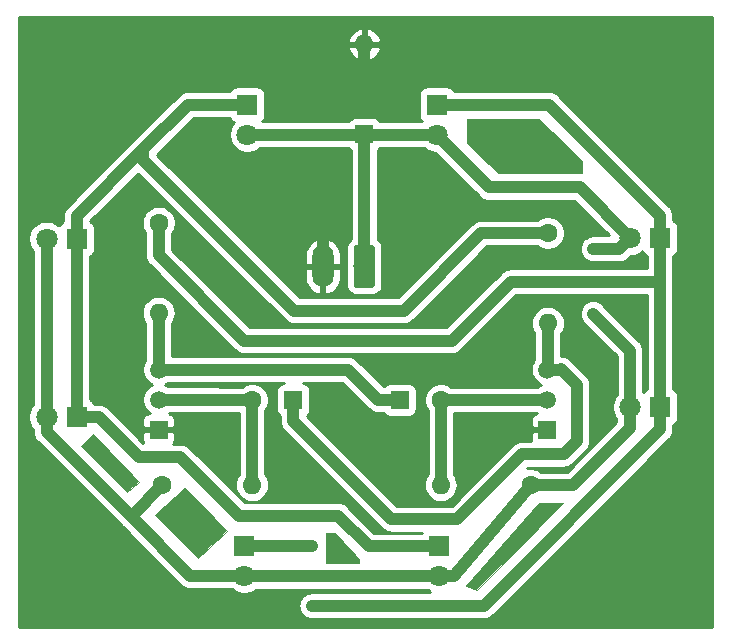
<source format=gbr>
G04 #@! TF.GenerationSoftware,KiCad,Pcbnew,5.1.2-f72e74a~84~ubuntu18.04.1*
G04 #@! TF.CreationDate,2019-07-22T12:28:27+03:00*
G04 #@! TF.ProjectId,Garland_NPN,4761726c-616e-4645-9f4e-504e2e6b6963,rev?*
G04 #@! TF.SameCoordinates,Original*
G04 #@! TF.FileFunction,Copper,L1,Top*
G04 #@! TF.FilePolarity,Positive*
%FSLAX46Y46*%
G04 Gerber Fmt 4.6, Leading zero omitted, Abs format (unit mm)*
G04 Created by KiCad (PCBNEW 5.1.2-f72e74a~84~ubuntu18.04.1) date 2019-07-22 12:28:27*
%MOMM*%
%LPD*%
G04 APERTURE LIST*
%ADD10C,0.100000*%
%ADD11O,1.800000X3.600000*%
%ADD12C,1.800000*%
%ADD13O,1.600000X1.600000*%
%ADD14R,1.600000X1.600000*%
%ADD15R,1.500000X1.500000*%
%ADD16C,1.500000*%
%ADD17C,1.600000*%
%ADD18R,1.800000X1.800000*%
%ADD19C,0.800000*%
%ADD20C,1.000000*%
%ADD21C,0.254000*%
G04 APERTURE END LIST*
D10*
G36*
X27406600Y8615680D02*
G01*
X29433520Y6405880D01*
X29453840Y6075680D01*
X26636980Y6073140D01*
X26621740Y8628380D01*
X27406600Y8615680D01*
G37*
X27406600Y8615680D02*
X29433520Y6405880D01*
X29453840Y6075680D01*
X26636980Y6073140D01*
X26621740Y8628380D01*
X27406600Y8615680D01*
G36*
X46680120Y11145520D02*
G01*
X39443660Y3776980D01*
X38524180Y4107180D01*
X44704000Y11181080D01*
X46680120Y11145520D01*
G37*
X46680120Y11145520D02*
X39443660Y3776980D01*
X38524180Y4107180D01*
X44704000Y11181080D01*
X46680120Y11145520D01*
G36*
X10795000Y12987020D02*
G01*
X9758680Y12080240D01*
X9789160Y12110720D01*
X5872480Y16027400D01*
X6944360Y17035780D01*
X10795000Y12987020D01*
G37*
X10795000Y12987020D02*
X9758680Y12080240D01*
X9789160Y12110720D01*
X5872480Y16027400D01*
X6944360Y17035780D01*
X10795000Y12987020D01*
G36*
X18282920Y8788400D02*
G01*
X15783560Y6548120D01*
X12192000Y10134600D01*
X14726920Y12471400D01*
X18282920Y8788400D01*
G37*
X18282920Y8788400D02*
X15783560Y6548120D01*
X12192000Y10134600D01*
X14726920Y12471400D01*
X18282920Y8788400D01*
G36*
X44693840Y43667680D02*
G01*
X48275240Y40121840D01*
X48275240Y39075360D01*
X41173400Y39110920D01*
X38597840Y41666160D01*
X38597840Y43682920D01*
X38638480Y43667680D01*
X38597840Y43703240D01*
X44693840Y43667680D01*
G37*
X44693840Y43667680D02*
X48275240Y40121840D01*
X48275240Y39075360D01*
X41173400Y39110920D01*
X38597840Y41666160D01*
X38597840Y43682920D01*
X38638480Y43667680D01*
X38597840Y43703240D01*
X44693840Y43667680D01*
D11*
X26370000Y31200000D03*
D10*
G36*
X30544504Y32998796D02*
G01*
X30568773Y32995196D01*
X30592571Y32989235D01*
X30615671Y32980970D01*
X30637849Y32970480D01*
X30658893Y32957867D01*
X30678598Y32943253D01*
X30696777Y32926777D01*
X30713253Y32908598D01*
X30727867Y32888893D01*
X30740480Y32867849D01*
X30750970Y32845671D01*
X30759235Y32822571D01*
X30765196Y32798773D01*
X30768796Y32774504D01*
X30770000Y32750000D01*
X30770000Y29650000D01*
X30768796Y29625496D01*
X30765196Y29601227D01*
X30759235Y29577429D01*
X30750970Y29554329D01*
X30740480Y29532151D01*
X30727867Y29511107D01*
X30713253Y29491402D01*
X30696777Y29473223D01*
X30678598Y29456747D01*
X30658893Y29442133D01*
X30637849Y29429520D01*
X30615671Y29419030D01*
X30592571Y29410765D01*
X30568773Y29404804D01*
X30544504Y29401204D01*
X30520000Y29400000D01*
X29220000Y29400000D01*
X29195496Y29401204D01*
X29171227Y29404804D01*
X29147429Y29410765D01*
X29124329Y29419030D01*
X29102151Y29429520D01*
X29081107Y29442133D01*
X29061402Y29456747D01*
X29043223Y29473223D01*
X29026747Y29491402D01*
X29012133Y29511107D01*
X28999520Y29532151D01*
X28989030Y29554329D01*
X28980765Y29577429D01*
X28974804Y29601227D01*
X28971204Y29625496D01*
X28970000Y29650000D01*
X28970000Y32750000D01*
X28971204Y32774504D01*
X28974804Y32798773D01*
X28980765Y32822571D01*
X28989030Y32845671D01*
X28999520Y32867849D01*
X29012133Y32888893D01*
X29026747Y32908598D01*
X29043223Y32926777D01*
X29061402Y32943253D01*
X29081107Y32957867D01*
X29102151Y32970480D01*
X29124329Y32980970D01*
X29147429Y32989235D01*
X29171227Y32995196D01*
X29195496Y32998796D01*
X29220000Y33000000D01*
X30520000Y33000000D01*
X30544504Y32998796D01*
X30544504Y32998796D01*
G37*
D12*
X29870000Y31200000D03*
D13*
X29880000Y50010000D03*
D14*
X29880000Y42390000D03*
D15*
X12467400Y17390800D03*
D16*
X12467400Y22470800D03*
X12467400Y19930800D03*
D15*
X45370000Y17390800D03*
D16*
X45370000Y22470800D03*
X45370000Y19930800D03*
D13*
X12470000Y27280000D03*
D17*
X12470000Y34900000D03*
D13*
X36350000Y12700000D03*
D17*
X43970000Y12700000D03*
D13*
X20390000Y12700000D03*
D17*
X12770000Y12700000D03*
D13*
X45420000Y26405000D03*
D17*
X45420000Y34025000D03*
D12*
X36020000Y42360000D03*
D18*
X36020000Y44900000D03*
D12*
X19720000Y5010000D03*
D18*
X19720000Y7550000D03*
D12*
X52380000Y33600000D03*
D18*
X54920000Y33600000D03*
D12*
X52380000Y19300000D03*
D18*
X54920000Y19300000D03*
D12*
X36220000Y4960000D03*
D18*
X36220000Y7500000D03*
D12*
X19970000Y42360000D03*
D18*
X19970000Y44900000D03*
D12*
X2980000Y33550000D03*
D18*
X5520000Y33550000D03*
D12*
X2980000Y18450000D03*
D18*
X5520000Y18450000D03*
D17*
X36370000Y19900000D03*
D14*
X32870000Y19900000D03*
D17*
X20370000Y19900000D03*
D14*
X23870000Y19900000D03*
D19*
X26370000Y40050000D03*
X26416000Y44958000D03*
X49245001Y32700001D03*
X49245000Y27200000D03*
X25495000Y7550000D03*
X25445000Y2475000D03*
D20*
X12498200Y19900000D02*
X12467400Y19930800D01*
X20370000Y19900000D02*
X12498200Y19900000D01*
X17370000Y19930800D02*
X12467400Y19930800D01*
X20370000Y19900000D02*
X20370000Y12720000D01*
X46540800Y22470800D02*
X45370000Y22470800D01*
X46570000Y22500000D02*
X46540800Y22470800D01*
X47870000Y21200000D02*
X46570000Y22500000D01*
X47870000Y16400000D02*
X47870000Y21200000D01*
X23870000Y18100000D02*
X32170000Y9800000D01*
X23870000Y19900000D02*
X23870000Y18100000D01*
X32170000Y9800000D02*
X37770000Y9800000D01*
X46770000Y15300000D02*
X47870000Y16400000D01*
X37770000Y9800000D02*
X43270000Y15300000D01*
X43270000Y15300000D02*
X46770000Y15300000D01*
X45420000Y22520800D02*
X45370000Y22470800D01*
X45420000Y26405000D02*
X45420000Y22520800D01*
X45339200Y19900000D02*
X45370000Y19930800D01*
X36370000Y19900000D02*
X45339200Y19900000D01*
X36370000Y19900000D02*
X36370000Y12720000D01*
X12470000Y22473400D02*
X12467400Y22470800D01*
X12470000Y27280000D02*
X12470000Y22473400D01*
X13528060Y22470800D02*
X12467400Y22470800D01*
X28499200Y22470800D02*
X13528060Y22470800D01*
X31070000Y19900000D02*
X28499200Y22470800D01*
X32870000Y19900000D02*
X31070000Y19900000D01*
X29870000Y31200000D02*
X29870000Y38800000D01*
X45101370Y12700000D02*
X43970000Y12700000D01*
X52380000Y19300000D02*
X52370000Y19290000D01*
X47520000Y12700000D02*
X45101370Y12700000D01*
X52370000Y17550000D02*
X47520000Y12700000D01*
X52370000Y19290000D02*
X52370000Y17550000D01*
X37492792Y4960000D02*
X43970000Y12700000D01*
X36220000Y4960000D02*
X37492792Y4960000D01*
X19770000Y4960000D02*
X19720000Y5010000D01*
X36220000Y4960000D02*
X19770000Y4960000D01*
X2980000Y18450000D02*
X2980000Y33550000D01*
X29870000Y42070000D02*
X29580000Y42360000D01*
X29870000Y38800000D02*
X29870000Y42070000D01*
X19970000Y42360000D02*
X29580000Y42360000D01*
X29580000Y42360000D02*
X36020000Y42360000D01*
X36020000Y42300000D02*
X36020000Y42360000D01*
X40420000Y37900000D02*
X36020000Y42300000D01*
X48120000Y37900000D02*
X40420000Y37900000D01*
X52380000Y33600000D02*
X52380000Y33640000D01*
X52380000Y33640000D02*
X48120000Y37900000D01*
X2980000Y17177208D02*
X2980000Y18450000D01*
X19720000Y5010000D02*
X15147208Y5010000D01*
X10176104Y10106104D02*
X10176104Y9981104D01*
X12770000Y12700000D02*
X10176104Y10106104D01*
X15147208Y5010000D02*
X10176104Y9981104D01*
X10176104Y9981104D02*
X2980000Y17177208D01*
X51480001Y32700001D02*
X49245001Y32700001D01*
X52380000Y33600000D02*
X51480001Y32700001D01*
X52380000Y19300000D02*
X52380000Y24065000D01*
X52380000Y24065000D02*
X49245000Y27200000D01*
X49245001Y32700001D02*
X49245001Y32700001D01*
X49245000Y27200000D02*
X49245000Y27200000D01*
X5520000Y35450000D02*
X5520000Y33550000D01*
X19970000Y44900000D02*
X14970000Y44900000D01*
X5520000Y31650000D02*
X5520000Y18450000D01*
X5520000Y33550000D02*
X5520000Y31650000D01*
X14970000Y44900000D02*
X11182500Y41112500D01*
X11182500Y41112500D02*
X5520000Y35450000D01*
X11182500Y40237500D02*
X11182500Y41112500D01*
X33220000Y27450000D02*
X23970000Y27450000D01*
X45420000Y34025000D02*
X39795000Y34025000D01*
X23970000Y27450000D02*
X11182500Y40237500D01*
X39795000Y34025000D02*
X33220000Y27450000D01*
X7420000Y18450000D02*
X5520000Y18450000D01*
X30270000Y7500000D02*
X27670000Y10100000D01*
X27670000Y10100000D02*
X19270000Y10100000D01*
X36220000Y7500000D02*
X30270000Y7500000D01*
X19270000Y10100000D02*
X14320000Y15050000D01*
X14320000Y15050000D02*
X10820000Y15050000D01*
X10820000Y15050000D02*
X7420000Y18450000D01*
X54920000Y35500000D02*
X54920000Y33600000D01*
X45520000Y44900000D02*
X54920000Y35500000D01*
X36020000Y44900000D02*
X45520000Y44900000D01*
X54920000Y33600000D02*
X54920000Y29900000D01*
X54920000Y29900000D02*
X54920000Y19300000D01*
X42270000Y29900000D02*
X54920000Y29900000D01*
X19720000Y24900000D02*
X37270000Y24900000D01*
X37270000Y24900000D02*
X42270000Y29900000D01*
X12470000Y34900000D02*
X12470000Y32150000D01*
X12470000Y32150000D02*
X19720000Y24900000D01*
X19720000Y7550000D02*
X25495000Y7550000D01*
X54920000Y17400000D02*
X39995000Y2475000D01*
X54920000Y19300000D02*
X54920000Y17400000D01*
X39995000Y2475000D02*
X25445000Y2475000D01*
X25495000Y7550000D02*
X25495000Y7550000D01*
X25445000Y2475000D02*
X25445000Y2475000D01*
X26370000Y31210001D02*
X26370000Y40080000D01*
X29880000Y48878630D02*
X29890000Y48868630D01*
X29880000Y50010000D02*
X29880000Y48878630D01*
X29890000Y48868630D02*
X29890000Y48410000D01*
X29890000Y48410000D02*
X26490000Y45010000D01*
D21*
G36*
X59340125Y52330110D02*
G01*
X59349876Y709449D01*
X659751Y660549D01*
X647282Y33701184D01*
X1445000Y33701184D01*
X1445000Y33398816D01*
X1503989Y33102257D01*
X1619701Y32822905D01*
X1787688Y32571495D01*
X1845001Y32514182D01*
X1845000Y19485817D01*
X1787688Y19428505D01*
X1619701Y19177095D01*
X1503989Y18897743D01*
X1445000Y18601184D01*
X1445000Y18298816D01*
X1503989Y18002257D01*
X1619701Y17722905D01*
X1787688Y17471495D01*
X1845000Y17414183D01*
X1845000Y17232959D01*
X1839509Y17177208D01*
X1845000Y17121457D01*
X1861423Y16954710D01*
X1926324Y16740762D01*
X2031716Y16543585D01*
X2173551Y16370759D01*
X2216865Y16335212D01*
X9334113Y9217963D01*
X9369655Y9174655D01*
X9412960Y9139116D01*
X9412965Y9139112D01*
X14305221Y4246854D01*
X14340759Y4203551D01*
X14384062Y4168013D01*
X14384064Y4168011D01*
X14513585Y4061716D01*
X14710761Y3956324D01*
X14924709Y3891423D01*
X15147208Y3869509D01*
X15202960Y3875000D01*
X18684183Y3875000D01*
X18741495Y3817688D01*
X18992905Y3649701D01*
X19272257Y3533989D01*
X19568816Y3475000D01*
X19871184Y3475000D01*
X20167743Y3533989D01*
X20447095Y3649701D01*
X20698505Y3817688D01*
X20705817Y3825000D01*
X35184183Y3825000D01*
X35241495Y3767688D01*
X35477491Y3610000D01*
X25389248Y3610000D01*
X25222501Y3593577D01*
X25008553Y3528676D01*
X24811377Y3423284D01*
X24638551Y3281449D01*
X24496716Y3108623D01*
X24391324Y2911447D01*
X24326423Y2697499D01*
X24304509Y2475000D01*
X24326423Y2252501D01*
X24391324Y2038553D01*
X24496716Y1841377D01*
X24638551Y1668551D01*
X24811377Y1526716D01*
X25008553Y1421324D01*
X25222501Y1356423D01*
X25389248Y1340000D01*
X39939249Y1340000D01*
X39995000Y1334509D01*
X40050751Y1340000D01*
X40050752Y1340000D01*
X40217499Y1356423D01*
X40431447Y1421324D01*
X40628623Y1526716D01*
X40801449Y1668551D01*
X40836996Y1711865D01*
X55683141Y16558009D01*
X55726449Y16593551D01*
X55868284Y16766377D01*
X55973676Y16963553D01*
X56038577Y17177501D01*
X56055000Y17344248D01*
X56055000Y17344257D01*
X56060490Y17399999D01*
X56055000Y17455741D01*
X56055000Y17807713D01*
X56064180Y17810498D01*
X56174494Y17869463D01*
X56271185Y17948815D01*
X56350537Y18045506D01*
X56409502Y18155820D01*
X56445812Y18275518D01*
X56458072Y18400000D01*
X56458072Y20200000D01*
X56445812Y20324482D01*
X56409502Y20444180D01*
X56350537Y20554494D01*
X56271185Y20651185D01*
X56174494Y20730537D01*
X56064180Y20789502D01*
X56055000Y20792287D01*
X56055000Y29844248D01*
X56060491Y29900000D01*
X56055000Y29955752D01*
X56055000Y32107713D01*
X56064180Y32110498D01*
X56174494Y32169463D01*
X56271185Y32248815D01*
X56350537Y32345506D01*
X56409502Y32455820D01*
X56445812Y32575518D01*
X56458072Y32700000D01*
X56458072Y34500000D01*
X56445812Y34624482D01*
X56409502Y34744180D01*
X56350537Y34854494D01*
X56271185Y34951185D01*
X56174494Y35030537D01*
X56064180Y35089502D01*
X56055000Y35092287D01*
X56055000Y35444259D01*
X56060490Y35500001D01*
X56055000Y35555743D01*
X56055000Y35555752D01*
X56038577Y35722499D01*
X55973676Y35936447D01*
X55868284Y36133623D01*
X55726449Y36306449D01*
X55683141Y36341991D01*
X46361996Y45663135D01*
X46326449Y45706449D01*
X46153623Y45848284D01*
X45956447Y45953676D01*
X45742499Y46018577D01*
X45575752Y46035000D01*
X45575751Y46035000D01*
X45520000Y46040491D01*
X45464249Y46035000D01*
X37512287Y46035000D01*
X37509502Y46044180D01*
X37450537Y46154494D01*
X37371185Y46251185D01*
X37274494Y46330537D01*
X37164180Y46389502D01*
X37044482Y46425812D01*
X36920000Y46438072D01*
X35120000Y46438072D01*
X34995518Y46425812D01*
X34875820Y46389502D01*
X34765506Y46330537D01*
X34668815Y46251185D01*
X34589463Y46154494D01*
X34530498Y46044180D01*
X34494188Y45924482D01*
X34481928Y45800000D01*
X34481928Y44000000D01*
X34494188Y43875518D01*
X34530498Y43755820D01*
X34589463Y43645506D01*
X34668815Y43548815D01*
X34734389Y43495000D01*
X31236993Y43495000D01*
X31210537Y43544494D01*
X31131185Y43641185D01*
X31034494Y43720537D01*
X30924180Y43779502D01*
X30804482Y43815812D01*
X30680000Y43828072D01*
X29080000Y43828072D01*
X28955518Y43815812D01*
X28835820Y43779502D01*
X28725506Y43720537D01*
X28628815Y43641185D01*
X28549463Y43544494D01*
X28523007Y43495000D01*
X21255611Y43495000D01*
X21321185Y43548815D01*
X21400537Y43645506D01*
X21459502Y43755820D01*
X21495812Y43875518D01*
X21508072Y44000000D01*
X21508072Y45800000D01*
X21495812Y45924482D01*
X21459502Y46044180D01*
X21400537Y46154494D01*
X21321185Y46251185D01*
X21224494Y46330537D01*
X21114180Y46389502D01*
X20994482Y46425812D01*
X20870000Y46438072D01*
X19070000Y46438072D01*
X18945518Y46425812D01*
X18825820Y46389502D01*
X18715506Y46330537D01*
X18618815Y46251185D01*
X18539463Y46154494D01*
X18480498Y46044180D01*
X18477713Y46035000D01*
X15025752Y46035000D01*
X14970000Y46040491D01*
X14914248Y46035000D01*
X14747501Y46018577D01*
X14533553Y45953676D01*
X14336377Y45848284D01*
X14163551Y45706449D01*
X14128009Y45663141D01*
X10419360Y41954491D01*
X10376052Y41918949D01*
X10340514Y41875646D01*
X4756865Y36291996D01*
X4713551Y36256449D01*
X4571716Y36083623D01*
X4466325Y35886447D01*
X4466324Y35886446D01*
X4401423Y35672498D01*
X4379509Y35450000D01*
X4385000Y35394248D01*
X4385000Y35042287D01*
X4375820Y35039502D01*
X4265506Y34980537D01*
X4168815Y34901185D01*
X4089463Y34804494D01*
X4030498Y34694180D01*
X4024944Y34675873D01*
X3958505Y34742312D01*
X3707095Y34910299D01*
X3427743Y35026011D01*
X3131184Y35085000D01*
X2828816Y35085000D01*
X2532257Y35026011D01*
X2252905Y34910299D01*
X2001495Y34742312D01*
X1787688Y34528505D01*
X1619701Y34277095D01*
X1503989Y33997743D01*
X1445000Y33701184D01*
X647282Y33701184D01*
X641259Y49660960D01*
X28488091Y49660960D01*
X28582930Y49396119D01*
X28727615Y49154869D01*
X28916586Y48946481D01*
X29142580Y48778963D01*
X29396913Y48658754D01*
X29530961Y48618096D01*
X29753000Y48740085D01*
X29753000Y49883000D01*
X30007000Y49883000D01*
X30007000Y48740085D01*
X30229039Y48618096D01*
X30363087Y48658754D01*
X30617420Y48778963D01*
X30843414Y48946481D01*
X31032385Y49154869D01*
X31177070Y49396119D01*
X31271909Y49660960D01*
X31150624Y49883000D01*
X30007000Y49883000D01*
X29753000Y49883000D01*
X28609376Y49883000D01*
X28488091Y49660960D01*
X641259Y49660960D01*
X640996Y50359040D01*
X28488091Y50359040D01*
X28609376Y50137000D01*
X29753000Y50137000D01*
X29753000Y51279915D01*
X30007000Y51279915D01*
X30007000Y50137000D01*
X31150624Y50137000D01*
X31271909Y50359040D01*
X31177070Y50623881D01*
X31032385Y50865131D01*
X30843414Y51073519D01*
X30617420Y51241037D01*
X30363087Y51361246D01*
X30229039Y51401904D01*
X30007000Y51279915D01*
X29753000Y51279915D01*
X29530961Y51401904D01*
X29396913Y51361246D01*
X29142580Y51241037D01*
X28916586Y51073519D01*
X28727615Y50865131D01*
X28582930Y50623881D01*
X28488091Y50359040D01*
X640996Y50359040D01*
X640248Y52339891D01*
X59340125Y52330110D01*
X59340125Y52330110D01*
G37*
X59340125Y52330110D02*
X59349876Y709449D01*
X659751Y660549D01*
X647282Y33701184D01*
X1445000Y33701184D01*
X1445000Y33398816D01*
X1503989Y33102257D01*
X1619701Y32822905D01*
X1787688Y32571495D01*
X1845001Y32514182D01*
X1845000Y19485817D01*
X1787688Y19428505D01*
X1619701Y19177095D01*
X1503989Y18897743D01*
X1445000Y18601184D01*
X1445000Y18298816D01*
X1503989Y18002257D01*
X1619701Y17722905D01*
X1787688Y17471495D01*
X1845000Y17414183D01*
X1845000Y17232959D01*
X1839509Y17177208D01*
X1845000Y17121457D01*
X1861423Y16954710D01*
X1926324Y16740762D01*
X2031716Y16543585D01*
X2173551Y16370759D01*
X2216865Y16335212D01*
X9334113Y9217963D01*
X9369655Y9174655D01*
X9412960Y9139116D01*
X9412965Y9139112D01*
X14305221Y4246854D01*
X14340759Y4203551D01*
X14384062Y4168013D01*
X14384064Y4168011D01*
X14513585Y4061716D01*
X14710761Y3956324D01*
X14924709Y3891423D01*
X15147208Y3869509D01*
X15202960Y3875000D01*
X18684183Y3875000D01*
X18741495Y3817688D01*
X18992905Y3649701D01*
X19272257Y3533989D01*
X19568816Y3475000D01*
X19871184Y3475000D01*
X20167743Y3533989D01*
X20447095Y3649701D01*
X20698505Y3817688D01*
X20705817Y3825000D01*
X35184183Y3825000D01*
X35241495Y3767688D01*
X35477491Y3610000D01*
X25389248Y3610000D01*
X25222501Y3593577D01*
X25008553Y3528676D01*
X24811377Y3423284D01*
X24638551Y3281449D01*
X24496716Y3108623D01*
X24391324Y2911447D01*
X24326423Y2697499D01*
X24304509Y2475000D01*
X24326423Y2252501D01*
X24391324Y2038553D01*
X24496716Y1841377D01*
X24638551Y1668551D01*
X24811377Y1526716D01*
X25008553Y1421324D01*
X25222501Y1356423D01*
X25389248Y1340000D01*
X39939249Y1340000D01*
X39995000Y1334509D01*
X40050751Y1340000D01*
X40050752Y1340000D01*
X40217499Y1356423D01*
X40431447Y1421324D01*
X40628623Y1526716D01*
X40801449Y1668551D01*
X40836996Y1711865D01*
X55683141Y16558009D01*
X55726449Y16593551D01*
X55868284Y16766377D01*
X55973676Y16963553D01*
X56038577Y17177501D01*
X56055000Y17344248D01*
X56055000Y17344257D01*
X56060490Y17399999D01*
X56055000Y17455741D01*
X56055000Y17807713D01*
X56064180Y17810498D01*
X56174494Y17869463D01*
X56271185Y17948815D01*
X56350537Y18045506D01*
X56409502Y18155820D01*
X56445812Y18275518D01*
X56458072Y18400000D01*
X56458072Y20200000D01*
X56445812Y20324482D01*
X56409502Y20444180D01*
X56350537Y20554494D01*
X56271185Y20651185D01*
X56174494Y20730537D01*
X56064180Y20789502D01*
X56055000Y20792287D01*
X56055000Y29844248D01*
X56060491Y29900000D01*
X56055000Y29955752D01*
X56055000Y32107713D01*
X56064180Y32110498D01*
X56174494Y32169463D01*
X56271185Y32248815D01*
X56350537Y32345506D01*
X56409502Y32455820D01*
X56445812Y32575518D01*
X56458072Y32700000D01*
X56458072Y34500000D01*
X56445812Y34624482D01*
X56409502Y34744180D01*
X56350537Y34854494D01*
X56271185Y34951185D01*
X56174494Y35030537D01*
X56064180Y35089502D01*
X56055000Y35092287D01*
X56055000Y35444259D01*
X56060490Y35500001D01*
X56055000Y35555743D01*
X56055000Y35555752D01*
X56038577Y35722499D01*
X55973676Y35936447D01*
X55868284Y36133623D01*
X55726449Y36306449D01*
X55683141Y36341991D01*
X46361996Y45663135D01*
X46326449Y45706449D01*
X46153623Y45848284D01*
X45956447Y45953676D01*
X45742499Y46018577D01*
X45575752Y46035000D01*
X45575751Y46035000D01*
X45520000Y46040491D01*
X45464249Y46035000D01*
X37512287Y46035000D01*
X37509502Y46044180D01*
X37450537Y46154494D01*
X37371185Y46251185D01*
X37274494Y46330537D01*
X37164180Y46389502D01*
X37044482Y46425812D01*
X36920000Y46438072D01*
X35120000Y46438072D01*
X34995518Y46425812D01*
X34875820Y46389502D01*
X34765506Y46330537D01*
X34668815Y46251185D01*
X34589463Y46154494D01*
X34530498Y46044180D01*
X34494188Y45924482D01*
X34481928Y45800000D01*
X34481928Y44000000D01*
X34494188Y43875518D01*
X34530498Y43755820D01*
X34589463Y43645506D01*
X34668815Y43548815D01*
X34734389Y43495000D01*
X31236993Y43495000D01*
X31210537Y43544494D01*
X31131185Y43641185D01*
X31034494Y43720537D01*
X30924180Y43779502D01*
X30804482Y43815812D01*
X30680000Y43828072D01*
X29080000Y43828072D01*
X28955518Y43815812D01*
X28835820Y43779502D01*
X28725506Y43720537D01*
X28628815Y43641185D01*
X28549463Y43544494D01*
X28523007Y43495000D01*
X21255611Y43495000D01*
X21321185Y43548815D01*
X21400537Y43645506D01*
X21459502Y43755820D01*
X21495812Y43875518D01*
X21508072Y44000000D01*
X21508072Y45800000D01*
X21495812Y45924482D01*
X21459502Y46044180D01*
X21400537Y46154494D01*
X21321185Y46251185D01*
X21224494Y46330537D01*
X21114180Y46389502D01*
X20994482Y46425812D01*
X20870000Y46438072D01*
X19070000Y46438072D01*
X18945518Y46425812D01*
X18825820Y46389502D01*
X18715506Y46330537D01*
X18618815Y46251185D01*
X18539463Y46154494D01*
X18480498Y46044180D01*
X18477713Y46035000D01*
X15025752Y46035000D01*
X14970000Y46040491D01*
X14914248Y46035000D01*
X14747501Y46018577D01*
X14533553Y45953676D01*
X14336377Y45848284D01*
X14163551Y45706449D01*
X14128009Y45663141D01*
X10419360Y41954491D01*
X10376052Y41918949D01*
X10340514Y41875646D01*
X4756865Y36291996D01*
X4713551Y36256449D01*
X4571716Y36083623D01*
X4466325Y35886447D01*
X4466324Y35886446D01*
X4401423Y35672498D01*
X4379509Y35450000D01*
X4385000Y35394248D01*
X4385000Y35042287D01*
X4375820Y35039502D01*
X4265506Y34980537D01*
X4168815Y34901185D01*
X4089463Y34804494D01*
X4030498Y34694180D01*
X4024944Y34675873D01*
X3958505Y34742312D01*
X3707095Y34910299D01*
X3427743Y35026011D01*
X3131184Y35085000D01*
X2828816Y35085000D01*
X2532257Y35026011D01*
X2252905Y34910299D01*
X2001495Y34742312D01*
X1787688Y34528505D01*
X1619701Y34277095D01*
X1503989Y33997743D01*
X1445000Y33701184D01*
X647282Y33701184D01*
X641259Y49660960D01*
X28488091Y49660960D01*
X28582930Y49396119D01*
X28727615Y49154869D01*
X28916586Y48946481D01*
X29142580Y48778963D01*
X29396913Y48658754D01*
X29530961Y48618096D01*
X29753000Y48740085D01*
X29753000Y49883000D01*
X30007000Y49883000D01*
X30007000Y48740085D01*
X30229039Y48618096D01*
X30363087Y48658754D01*
X30617420Y48778963D01*
X30843414Y48946481D01*
X31032385Y49154869D01*
X31177070Y49396119D01*
X31271909Y49660960D01*
X31150624Y49883000D01*
X30007000Y49883000D01*
X29753000Y49883000D01*
X28609376Y49883000D01*
X28488091Y49660960D01*
X641259Y49660960D01*
X640996Y50359040D01*
X28488091Y50359040D01*
X28609376Y50137000D01*
X29753000Y50137000D01*
X29753000Y51279915D01*
X30007000Y51279915D01*
X30007000Y50137000D01*
X31150624Y50137000D01*
X31271909Y50359040D01*
X31177070Y50623881D01*
X31032385Y50865131D01*
X30843414Y51073519D01*
X30617420Y51241037D01*
X30363087Y51361246D01*
X30229039Y51401904D01*
X30007000Y51279915D01*
X29753000Y51279915D01*
X29530961Y51401904D01*
X29396913Y51361246D01*
X29142580Y51241037D01*
X28916586Y51073519D01*
X28727615Y50865131D01*
X28582930Y50623881D01*
X28488091Y50359040D01*
X640996Y50359040D01*
X640248Y52339891D01*
X59340125Y52330110D01*
G36*
X18480498Y43755820D02*
G01*
X18539463Y43645506D01*
X18618815Y43548815D01*
X18715506Y43469463D01*
X18825820Y43410498D01*
X18844127Y43404944D01*
X18777688Y43338505D01*
X18609701Y43087095D01*
X18493989Y42807743D01*
X18435000Y42511184D01*
X18435000Y42208816D01*
X18493989Y41912257D01*
X18609701Y41632905D01*
X18777688Y41381495D01*
X18991495Y41167688D01*
X19242905Y40999701D01*
X19522257Y40883989D01*
X19818816Y40825000D01*
X20121184Y40825000D01*
X20417743Y40883989D01*
X20697095Y40999701D01*
X20948505Y41167688D01*
X21005817Y41225000D01*
X28558085Y41225000D01*
X28628815Y41138815D01*
X28725506Y41059463D01*
X28735001Y41054388D01*
X28735000Y38744249D01*
X28735001Y38744239D01*
X28735000Y33492888D01*
X28726614Y33488405D01*
X28592038Y33377962D01*
X28481595Y33243386D01*
X28399528Y33089850D01*
X28348992Y32923254D01*
X28331928Y32750000D01*
X28331928Y29650000D01*
X28348992Y29476746D01*
X28399528Y29310150D01*
X28481595Y29156614D01*
X28592038Y29022038D01*
X28726614Y28911595D01*
X28880150Y28829528D01*
X29046746Y28778992D01*
X29220000Y28761928D01*
X30520000Y28761928D01*
X30693254Y28778992D01*
X30859850Y28829528D01*
X31013386Y28911595D01*
X31147962Y29022038D01*
X31258405Y29156614D01*
X31340472Y29310150D01*
X31391008Y29476746D01*
X31408072Y29650000D01*
X31408072Y32750000D01*
X31391008Y32923254D01*
X31340472Y33089850D01*
X31258405Y33243386D01*
X31147962Y33377962D01*
X31013386Y33488405D01*
X31005000Y33492887D01*
X31005000Y41043698D01*
X31034494Y41059463D01*
X31131185Y41138815D01*
X31201915Y41225000D01*
X34984183Y41225000D01*
X35041495Y41167688D01*
X35292905Y40999701D01*
X35572257Y40883989D01*
X35868816Y40825000D01*
X35889869Y40825000D01*
X39578013Y37136854D01*
X39613551Y37093551D01*
X39656854Y37058013D01*
X39656856Y37058011D01*
X39786377Y36951716D01*
X39983553Y36846324D01*
X40197501Y36781423D01*
X40420000Y36759509D01*
X40475752Y36765000D01*
X47649869Y36765000D01*
X50579867Y33835001D01*
X49189249Y33835001D01*
X49022502Y33818578D01*
X48808554Y33753677D01*
X48611378Y33648285D01*
X48438552Y33506450D01*
X48296717Y33333624D01*
X48191325Y33136448D01*
X48126424Y32922500D01*
X48104510Y32700001D01*
X48126424Y32477502D01*
X48191325Y32263554D01*
X48296717Y32066378D01*
X48438552Y31893552D01*
X48611378Y31751717D01*
X48808554Y31646325D01*
X49022502Y31581424D01*
X49189249Y31565001D01*
X51424250Y31565001D01*
X51480001Y31559510D01*
X51535752Y31565001D01*
X51535753Y31565001D01*
X51702500Y31581424D01*
X51916448Y31646325D01*
X52113624Y31751717D01*
X52286450Y31893552D01*
X52321996Y31936865D01*
X52450131Y32065000D01*
X52531184Y32065000D01*
X52827743Y32123989D01*
X53107095Y32239701D01*
X53358505Y32407688D01*
X53424944Y32474127D01*
X53430498Y32455820D01*
X53489463Y32345506D01*
X53568815Y32248815D01*
X53665506Y32169463D01*
X53775820Y32110498D01*
X53785000Y32107713D01*
X53785001Y31035000D01*
X42325752Y31035000D01*
X42270000Y31040491D01*
X42214248Y31035000D01*
X42047501Y31018577D01*
X41833553Y30953676D01*
X41636377Y30848284D01*
X41463551Y30706449D01*
X41428009Y30663141D01*
X36799869Y26035000D01*
X20190132Y26035000D01*
X13605000Y32620131D01*
X13605000Y34015716D01*
X13741680Y34220273D01*
X13849853Y34481426D01*
X13905000Y34758665D01*
X13905000Y35041335D01*
X13849853Y35318574D01*
X13741680Y35579727D01*
X13584637Y35814759D01*
X13384759Y36014637D01*
X13149727Y36171680D01*
X12888574Y36279853D01*
X12611335Y36335000D01*
X12328665Y36335000D01*
X12051426Y36279853D01*
X11790273Y36171680D01*
X11555241Y36014637D01*
X11355363Y35814759D01*
X11198320Y35579727D01*
X11090147Y35318574D01*
X11035000Y35041335D01*
X11035000Y34758665D01*
X11090147Y34481426D01*
X11198320Y34220273D01*
X11335000Y34015716D01*
X11335001Y32205761D01*
X11329509Y32150000D01*
X11351423Y31927502D01*
X11416324Y31713554D01*
X11442276Y31665001D01*
X11521717Y31516377D01*
X11663552Y31343551D01*
X11706860Y31308009D01*
X18878009Y24136859D01*
X18913551Y24093551D01*
X19086377Y23951716D01*
X19283553Y23846324D01*
X19497501Y23781423D01*
X19664248Y23765000D01*
X19664257Y23765000D01*
X19719999Y23759510D01*
X19775741Y23765000D01*
X37214249Y23765000D01*
X37270000Y23759509D01*
X37325751Y23765000D01*
X37325752Y23765000D01*
X37492499Y23781423D01*
X37706447Y23846324D01*
X37903623Y23951716D01*
X38076449Y24093551D01*
X38111996Y24136865D01*
X42740132Y28765000D01*
X53785000Y28765000D01*
X53785001Y20792287D01*
X53775820Y20789502D01*
X53665506Y20730537D01*
X53568815Y20651185D01*
X53515000Y20585611D01*
X53515000Y24009248D01*
X53520491Y24065000D01*
X53498577Y24287499D01*
X53433676Y24501447D01*
X53328284Y24698623D01*
X53221989Y24828144D01*
X53221987Y24828146D01*
X53186449Y24871449D01*
X53143146Y24906987D01*
X50086996Y27963135D01*
X50051449Y28006449D01*
X49878623Y28148284D01*
X49681447Y28253676D01*
X49467499Y28318577D01*
X49300752Y28335000D01*
X49300751Y28335000D01*
X49245000Y28340491D01*
X49189249Y28335000D01*
X49189248Y28335000D01*
X49022501Y28318577D01*
X48808553Y28253676D01*
X48611377Y28148284D01*
X48438551Y28006449D01*
X48296716Y27833623D01*
X48191324Y27636447D01*
X48126423Y27422499D01*
X48104509Y27200000D01*
X48126423Y26977501D01*
X48191324Y26763553D01*
X48296716Y26566377D01*
X48438551Y26393551D01*
X48481865Y26358004D01*
X51245001Y23594866D01*
X51245000Y20335817D01*
X51187688Y20278505D01*
X51019701Y20027095D01*
X50903989Y19747743D01*
X50845000Y19451184D01*
X50845000Y19148816D01*
X50903989Y18852257D01*
X51019701Y18572905D01*
X51187688Y18321495D01*
X51235000Y18274183D01*
X51235000Y18020132D01*
X47049869Y13835000D01*
X44854284Y13835000D01*
X44649727Y13971680D01*
X44388574Y14079853D01*
X44111335Y14135000D01*
X43828665Y14135000D01*
X43680700Y14105568D01*
X43740133Y14165000D01*
X46714249Y14165000D01*
X46770000Y14159509D01*
X46825751Y14165000D01*
X46825752Y14165000D01*
X46992499Y14181423D01*
X47206447Y14246324D01*
X47403623Y14351716D01*
X47576449Y14493551D01*
X47611996Y14536864D01*
X48633140Y15558008D01*
X48676449Y15593551D01*
X48818284Y15766377D01*
X48923676Y15963553D01*
X48988577Y16177501D01*
X49005000Y16344248D01*
X49005000Y16344249D01*
X49010491Y16400000D01*
X49005000Y16455751D01*
X49005000Y21144248D01*
X49010491Y21200000D01*
X48988577Y21422499D01*
X48923676Y21636447D01*
X48818284Y21833623D01*
X48711989Y21963144D01*
X48711987Y21963146D01*
X48676449Y22006449D01*
X48633146Y22041987D01*
X47411985Y23263146D01*
X47376448Y23306448D01*
X47333145Y23341986D01*
X47333143Y23341988D01*
X47203622Y23448283D01*
X47006446Y23553676D01*
X46792498Y23618577D01*
X46570000Y23640491D01*
X46569999Y23640491D01*
X46555000Y23639014D01*
X46555000Y25525998D01*
X46618932Y25603899D01*
X46752182Y25853192D01*
X46834236Y26123691D01*
X46861943Y26405000D01*
X46834236Y26686309D01*
X46752182Y26956808D01*
X46618932Y27206101D01*
X46439608Y27424608D01*
X46221101Y27603932D01*
X45971808Y27737182D01*
X45701309Y27819236D01*
X45490492Y27840000D01*
X45349508Y27840000D01*
X45138691Y27819236D01*
X44868192Y27737182D01*
X44618899Y27603932D01*
X44400392Y27424608D01*
X44221068Y27206101D01*
X44087818Y26956808D01*
X44005764Y26686309D01*
X43978057Y26405000D01*
X44005764Y26123691D01*
X44087818Y25853192D01*
X44221068Y25603899D01*
X44285000Y25525997D01*
X44285001Y23339917D01*
X44142629Y23126843D01*
X44038225Y22874789D01*
X43985000Y22607211D01*
X43985000Y22334389D01*
X44038225Y22066811D01*
X44142629Y21814757D01*
X44294201Y21587914D01*
X44487114Y21395001D01*
X44713957Y21243429D01*
X44816873Y21200800D01*
X44713957Y21158171D01*
X44529619Y21035000D01*
X37254284Y21035000D01*
X37049727Y21171680D01*
X36788574Y21279853D01*
X36511335Y21335000D01*
X36228665Y21335000D01*
X35951426Y21279853D01*
X35690273Y21171680D01*
X35455241Y21014637D01*
X35255363Y20814759D01*
X35098320Y20579727D01*
X34990147Y20318574D01*
X34935000Y20041335D01*
X34935000Y19758665D01*
X34990147Y19481426D01*
X35098320Y19220273D01*
X35235000Y19015716D01*
X35235001Y13603374D01*
X35151068Y13501101D01*
X35017818Y13251808D01*
X34935764Y12981309D01*
X34908057Y12700000D01*
X34935764Y12418691D01*
X35017818Y12148192D01*
X35151068Y11898899D01*
X35330392Y11680392D01*
X35548899Y11501068D01*
X35798192Y11367818D01*
X36068691Y11285764D01*
X36279508Y11265000D01*
X36420492Y11265000D01*
X36631309Y11285764D01*
X36901808Y11367818D01*
X37151101Y11501068D01*
X37369608Y11680392D01*
X37548932Y11898899D01*
X37682182Y12148192D01*
X37764236Y12418691D01*
X37791943Y12700000D01*
X37764236Y12981309D01*
X37682182Y13251808D01*
X37548932Y13501101D01*
X37505000Y13554632D01*
X37505000Y18765000D01*
X44490204Y18765000D01*
X44375820Y18730302D01*
X44265506Y18671337D01*
X44168815Y18591985D01*
X44089463Y18495294D01*
X44030498Y18384980D01*
X43994188Y18265282D01*
X43981928Y18140800D01*
X43985000Y17676550D01*
X44143750Y17517800D01*
X45243000Y17517800D01*
X45243000Y17537800D01*
X45497000Y17537800D01*
X45497000Y17517800D01*
X45517000Y17517800D01*
X45517000Y17263800D01*
X45497000Y17263800D01*
X45497000Y17243800D01*
X45243000Y17243800D01*
X45243000Y17263800D01*
X44143750Y17263800D01*
X43985000Y17105050D01*
X43981928Y16640800D01*
X43994188Y16516318D01*
X44018856Y16435000D01*
X43325752Y16435000D01*
X43270000Y16440491D01*
X43047501Y16418577D01*
X42833553Y16353676D01*
X42636377Y16248284D01*
X42506856Y16141989D01*
X42506854Y16141987D01*
X42463551Y16106449D01*
X42428013Y16063146D01*
X37299869Y10935000D01*
X32640133Y10935000D01*
X25012226Y18562905D01*
X25024494Y18569463D01*
X25121185Y18648815D01*
X25200537Y18745506D01*
X25259502Y18855820D01*
X25295812Y18975518D01*
X25308072Y19100000D01*
X25308072Y20700000D01*
X25295812Y20824482D01*
X25259502Y20944180D01*
X25200537Y21054494D01*
X25121185Y21151185D01*
X25024494Y21230537D01*
X24914180Y21289502D01*
X24794482Y21325812D01*
X24693069Y21335800D01*
X28029069Y21335800D01*
X30228009Y19136859D01*
X30263551Y19093551D01*
X30436377Y18951716D01*
X30633553Y18846324D01*
X30797705Y18796529D01*
X30847500Y18781423D01*
X30868493Y18779356D01*
X31014248Y18765000D01*
X31014255Y18765000D01*
X31069999Y18759510D01*
X31125743Y18765000D01*
X31529043Y18765000D01*
X31539463Y18745506D01*
X31618815Y18648815D01*
X31715506Y18569463D01*
X31825820Y18510498D01*
X31945518Y18474188D01*
X32070000Y18461928D01*
X33670000Y18461928D01*
X33794482Y18474188D01*
X33914180Y18510498D01*
X34024494Y18569463D01*
X34121185Y18648815D01*
X34200537Y18745506D01*
X34259502Y18855820D01*
X34295812Y18975518D01*
X34308072Y19100000D01*
X34308072Y20700000D01*
X34295812Y20824482D01*
X34259502Y20944180D01*
X34200537Y21054494D01*
X34121185Y21151185D01*
X34024494Y21230537D01*
X33914180Y21289502D01*
X33794482Y21325812D01*
X33670000Y21338072D01*
X32070000Y21338072D01*
X31945518Y21325812D01*
X31825820Y21289502D01*
X31715506Y21230537D01*
X31618815Y21151185D01*
X31539463Y21054494D01*
X31532906Y21042226D01*
X29341196Y23233935D01*
X29305649Y23277249D01*
X29132823Y23419084D01*
X28935647Y23524476D01*
X28721699Y23589377D01*
X28554952Y23605800D01*
X28554951Y23605800D01*
X28499200Y23611291D01*
X28443449Y23605800D01*
X13605000Y23605800D01*
X13605000Y26400998D01*
X13668932Y26478899D01*
X13802182Y26728192D01*
X13884236Y26998691D01*
X13911943Y27280000D01*
X13884236Y27561309D01*
X13802182Y27831808D01*
X13668932Y28081101D01*
X13489608Y28299608D01*
X13271101Y28478932D01*
X13021808Y28612182D01*
X12751309Y28694236D01*
X12540492Y28715000D01*
X12399508Y28715000D01*
X12188691Y28694236D01*
X11918192Y28612182D01*
X11668899Y28478932D01*
X11450392Y28299608D01*
X11271068Y28081101D01*
X11137818Y27831808D01*
X11055764Y27561309D01*
X11028057Y27280000D01*
X11055764Y26998691D01*
X11137818Y26728192D01*
X11271068Y26478899D01*
X11335000Y26400997D01*
X11335001Y23268978D01*
X11240029Y23126843D01*
X11135625Y22874789D01*
X11082400Y22607211D01*
X11082400Y22334389D01*
X11135625Y22066811D01*
X11240029Y21814757D01*
X11391601Y21587914D01*
X11584514Y21395001D01*
X11811357Y21243429D01*
X11914273Y21200800D01*
X11811357Y21158171D01*
X11584514Y21006599D01*
X11391601Y20813686D01*
X11240029Y20586843D01*
X11135625Y20334789D01*
X11082400Y20067211D01*
X11082400Y19794389D01*
X11135625Y19526811D01*
X11240029Y19274757D01*
X11391601Y19047914D01*
X11584514Y18855001D01*
X11700883Y18777245D01*
X11592918Y18766612D01*
X11473220Y18730302D01*
X11362906Y18671337D01*
X11266215Y18591985D01*
X11186863Y18495294D01*
X11127898Y18384980D01*
X11091588Y18265282D01*
X11079328Y18140800D01*
X11082400Y17676550D01*
X11241150Y17517800D01*
X12340400Y17517800D01*
X12340400Y17537800D01*
X12594400Y17537800D01*
X12594400Y17517800D01*
X13693650Y17517800D01*
X13852400Y17676550D01*
X13855472Y18140800D01*
X13843212Y18265282D01*
X13806902Y18384980D01*
X13747937Y18495294D01*
X13668585Y18591985D01*
X13571894Y18671337D01*
X13461580Y18730302D01*
X13347196Y18765000D01*
X19235000Y18765000D01*
X19235001Y13554633D01*
X19191068Y13501101D01*
X19057818Y13251808D01*
X18975764Y12981309D01*
X18948057Y12700000D01*
X18975764Y12418691D01*
X19057818Y12148192D01*
X19191068Y11898899D01*
X19370392Y11680392D01*
X19588899Y11501068D01*
X19838192Y11367818D01*
X20108691Y11285764D01*
X20319508Y11265000D01*
X20460492Y11265000D01*
X20671309Y11285764D01*
X20941808Y11367818D01*
X21191101Y11501068D01*
X21409608Y11680392D01*
X21588932Y11898899D01*
X21722182Y12148192D01*
X21804236Y12418691D01*
X21831943Y12700000D01*
X21804236Y12981309D01*
X21722182Y13251808D01*
X21588932Y13501101D01*
X21505000Y13603372D01*
X21505000Y19015716D01*
X21641680Y19220273D01*
X21749853Y19481426D01*
X21805000Y19758665D01*
X21805000Y20041335D01*
X21749853Y20318574D01*
X21641680Y20579727D01*
X21484637Y20814759D01*
X21284759Y21014637D01*
X21049727Y21171680D01*
X20788574Y21279853D01*
X20511335Y21335000D01*
X20228665Y21335000D01*
X19951426Y21279853D01*
X19690273Y21171680D01*
X19485716Y21035000D01*
X17639893Y21035000D01*
X17592499Y21049377D01*
X17425752Y21065800D01*
X13261686Y21065800D01*
X13123443Y21158171D01*
X13020527Y21200800D01*
X13123443Y21243429D01*
X13261686Y21335800D01*
X23046931Y21335800D01*
X22945518Y21325812D01*
X22825820Y21289502D01*
X22715506Y21230537D01*
X22618815Y21151185D01*
X22539463Y21054494D01*
X22480498Y20944180D01*
X22444188Y20824482D01*
X22431928Y20700000D01*
X22431928Y19100000D01*
X22444188Y18975518D01*
X22480498Y18855820D01*
X22539463Y18745506D01*
X22618815Y18648815D01*
X22715506Y18569463D01*
X22735000Y18559043D01*
X22735000Y18155751D01*
X22729509Y18100000D01*
X22751423Y17877502D01*
X22816324Y17663554D01*
X22827016Y17643551D01*
X22921717Y17466377D01*
X23063552Y17293551D01*
X23106860Y17258009D01*
X31328013Y9036854D01*
X31363551Y8993551D01*
X31406854Y8958013D01*
X31406856Y8958011D01*
X31536377Y8851716D01*
X31733553Y8746324D01*
X31947501Y8681423D01*
X32170000Y8659509D01*
X32225752Y8665000D01*
X34741627Y8665000D01*
X34730498Y8644180D01*
X34727713Y8635000D01*
X30740132Y8635000D01*
X28511996Y10863135D01*
X28476449Y10906449D01*
X28303623Y11048284D01*
X28106447Y11153676D01*
X27892499Y11218577D01*
X27725752Y11235000D01*
X27725751Y11235000D01*
X27670000Y11240491D01*
X27614249Y11235000D01*
X19740132Y11235000D01*
X15161996Y15813135D01*
X15126449Y15856449D01*
X14953623Y15998284D01*
X14756447Y16103676D01*
X14542499Y16168577D01*
X14375752Y16185000D01*
X14375751Y16185000D01*
X14320000Y16190491D01*
X14264249Y16185000D01*
X13662962Y16185000D01*
X13668585Y16189615D01*
X13747937Y16286306D01*
X13806902Y16396620D01*
X13843212Y16516318D01*
X13855472Y16640800D01*
X13852400Y17105050D01*
X13693650Y17263800D01*
X12594400Y17263800D01*
X12594400Y17243800D01*
X12340400Y17243800D01*
X12340400Y17263800D01*
X11241150Y17263800D01*
X11082400Y17105050D01*
X11079328Y16640800D01*
X11091588Y16516318D01*
X11127898Y16396620D01*
X11184609Y16290523D01*
X8261996Y19213135D01*
X8226449Y19256449D01*
X8053623Y19398284D01*
X7856447Y19503676D01*
X7642499Y19568577D01*
X7475752Y19585000D01*
X7475751Y19585000D01*
X7420000Y19590491D01*
X7364249Y19585000D01*
X7012287Y19585000D01*
X7009502Y19594180D01*
X6950537Y19704494D01*
X6871185Y19801185D01*
X6774494Y19880537D01*
X6664180Y19939502D01*
X6655000Y19942287D01*
X6655000Y32057713D01*
X6664180Y32060498D01*
X6774494Y32119463D01*
X6871185Y32198815D01*
X6950537Y32295506D01*
X7009502Y32405820D01*
X7045812Y32525518D01*
X7058072Y32650000D01*
X7058072Y34450000D01*
X7045812Y34574482D01*
X7009502Y34694180D01*
X6950537Y34804494D01*
X6871185Y34901185D01*
X6774494Y34980537D01*
X6697059Y35021928D01*
X10745000Y39069869D01*
X23128009Y26686859D01*
X23163551Y26643551D01*
X23336377Y26501716D01*
X23457721Y26436857D01*
X23533553Y26396324D01*
X23747501Y26331423D01*
X23970000Y26309509D01*
X24025751Y26315000D01*
X33164249Y26315000D01*
X33220000Y26309509D01*
X33275751Y26315000D01*
X33275752Y26315000D01*
X33442499Y26331423D01*
X33656447Y26396324D01*
X33853623Y26501716D01*
X34026449Y26643551D01*
X34061996Y26686865D01*
X40265132Y32890000D01*
X44535716Y32890000D01*
X44740273Y32753320D01*
X45001426Y32645147D01*
X45278665Y32590000D01*
X45561335Y32590000D01*
X45838574Y32645147D01*
X46099727Y32753320D01*
X46334759Y32910363D01*
X46534637Y33110241D01*
X46691680Y33345273D01*
X46799853Y33606426D01*
X46855000Y33883665D01*
X46855000Y34166335D01*
X46799853Y34443574D01*
X46691680Y34704727D01*
X46534637Y34939759D01*
X46334759Y35139637D01*
X46099727Y35296680D01*
X45838574Y35404853D01*
X45561335Y35460000D01*
X45278665Y35460000D01*
X45001426Y35404853D01*
X44740273Y35296680D01*
X44535716Y35160000D01*
X39850743Y35160000D01*
X39794999Y35165490D01*
X39739255Y35160000D01*
X39739248Y35160000D01*
X39593493Y35145644D01*
X39572500Y35143577D01*
X39522705Y35128471D01*
X39358553Y35078676D01*
X39161377Y34973284D01*
X38988551Y34831449D01*
X38953009Y34788141D01*
X32749869Y28585000D01*
X24440132Y28585000D01*
X21952132Y31073000D01*
X24835000Y31073000D01*
X24835000Y30173000D01*
X24889271Y29875977D01*
X25000446Y29595249D01*
X25164252Y29341604D01*
X25374394Y29124790D01*
X25622796Y28953138D01*
X25899913Y28833245D01*
X26005260Y28808964D01*
X26243000Y28929622D01*
X26243000Y31073000D01*
X26497000Y31073000D01*
X26497000Y28929622D01*
X26734740Y28808964D01*
X26840087Y28833245D01*
X27117204Y28953138D01*
X27365606Y29124790D01*
X27575748Y29341604D01*
X27739554Y29595249D01*
X27850729Y29875977D01*
X27905000Y30173000D01*
X27905000Y31073000D01*
X26497000Y31073000D01*
X26243000Y31073000D01*
X24835000Y31073000D01*
X21952132Y31073000D01*
X20798132Y32227000D01*
X24835000Y32227000D01*
X24835000Y31327000D01*
X26243000Y31327000D01*
X26243000Y33470378D01*
X26497000Y33470378D01*
X26497000Y31327000D01*
X27905000Y31327000D01*
X27905000Y32227000D01*
X27850729Y32524023D01*
X27739554Y32804751D01*
X27575748Y33058396D01*
X27365606Y33275210D01*
X27117204Y33446862D01*
X26840087Y33566755D01*
X26734740Y33591036D01*
X26497000Y33470378D01*
X26243000Y33470378D01*
X26005260Y33591036D01*
X25899913Y33566755D01*
X25622796Y33446862D01*
X25374394Y33275210D01*
X25164252Y33058396D01*
X25000446Y32804751D01*
X24889271Y32524023D01*
X24835000Y32227000D01*
X20798132Y32227000D01*
X12350131Y40675000D01*
X15440132Y43765000D01*
X18477713Y43765000D01*
X18480498Y43755820D01*
X18480498Y43755820D01*
G37*
X18480498Y43755820D02*
X18539463Y43645506D01*
X18618815Y43548815D01*
X18715506Y43469463D01*
X18825820Y43410498D01*
X18844127Y43404944D01*
X18777688Y43338505D01*
X18609701Y43087095D01*
X18493989Y42807743D01*
X18435000Y42511184D01*
X18435000Y42208816D01*
X18493989Y41912257D01*
X18609701Y41632905D01*
X18777688Y41381495D01*
X18991495Y41167688D01*
X19242905Y40999701D01*
X19522257Y40883989D01*
X19818816Y40825000D01*
X20121184Y40825000D01*
X20417743Y40883989D01*
X20697095Y40999701D01*
X20948505Y41167688D01*
X21005817Y41225000D01*
X28558085Y41225000D01*
X28628815Y41138815D01*
X28725506Y41059463D01*
X28735001Y41054388D01*
X28735000Y38744249D01*
X28735001Y38744239D01*
X28735000Y33492888D01*
X28726614Y33488405D01*
X28592038Y33377962D01*
X28481595Y33243386D01*
X28399528Y33089850D01*
X28348992Y32923254D01*
X28331928Y32750000D01*
X28331928Y29650000D01*
X28348992Y29476746D01*
X28399528Y29310150D01*
X28481595Y29156614D01*
X28592038Y29022038D01*
X28726614Y28911595D01*
X28880150Y28829528D01*
X29046746Y28778992D01*
X29220000Y28761928D01*
X30520000Y28761928D01*
X30693254Y28778992D01*
X30859850Y28829528D01*
X31013386Y28911595D01*
X31147962Y29022038D01*
X31258405Y29156614D01*
X31340472Y29310150D01*
X31391008Y29476746D01*
X31408072Y29650000D01*
X31408072Y32750000D01*
X31391008Y32923254D01*
X31340472Y33089850D01*
X31258405Y33243386D01*
X31147962Y33377962D01*
X31013386Y33488405D01*
X31005000Y33492887D01*
X31005000Y41043698D01*
X31034494Y41059463D01*
X31131185Y41138815D01*
X31201915Y41225000D01*
X34984183Y41225000D01*
X35041495Y41167688D01*
X35292905Y40999701D01*
X35572257Y40883989D01*
X35868816Y40825000D01*
X35889869Y40825000D01*
X39578013Y37136854D01*
X39613551Y37093551D01*
X39656854Y37058013D01*
X39656856Y37058011D01*
X39786377Y36951716D01*
X39983553Y36846324D01*
X40197501Y36781423D01*
X40420000Y36759509D01*
X40475752Y36765000D01*
X47649869Y36765000D01*
X50579867Y33835001D01*
X49189249Y33835001D01*
X49022502Y33818578D01*
X48808554Y33753677D01*
X48611378Y33648285D01*
X48438552Y33506450D01*
X48296717Y33333624D01*
X48191325Y33136448D01*
X48126424Y32922500D01*
X48104510Y32700001D01*
X48126424Y32477502D01*
X48191325Y32263554D01*
X48296717Y32066378D01*
X48438552Y31893552D01*
X48611378Y31751717D01*
X48808554Y31646325D01*
X49022502Y31581424D01*
X49189249Y31565001D01*
X51424250Y31565001D01*
X51480001Y31559510D01*
X51535752Y31565001D01*
X51535753Y31565001D01*
X51702500Y31581424D01*
X51916448Y31646325D01*
X52113624Y31751717D01*
X52286450Y31893552D01*
X52321996Y31936865D01*
X52450131Y32065000D01*
X52531184Y32065000D01*
X52827743Y32123989D01*
X53107095Y32239701D01*
X53358505Y32407688D01*
X53424944Y32474127D01*
X53430498Y32455820D01*
X53489463Y32345506D01*
X53568815Y32248815D01*
X53665506Y32169463D01*
X53775820Y32110498D01*
X53785000Y32107713D01*
X53785001Y31035000D01*
X42325752Y31035000D01*
X42270000Y31040491D01*
X42214248Y31035000D01*
X42047501Y31018577D01*
X41833553Y30953676D01*
X41636377Y30848284D01*
X41463551Y30706449D01*
X41428009Y30663141D01*
X36799869Y26035000D01*
X20190132Y26035000D01*
X13605000Y32620131D01*
X13605000Y34015716D01*
X13741680Y34220273D01*
X13849853Y34481426D01*
X13905000Y34758665D01*
X13905000Y35041335D01*
X13849853Y35318574D01*
X13741680Y35579727D01*
X13584637Y35814759D01*
X13384759Y36014637D01*
X13149727Y36171680D01*
X12888574Y36279853D01*
X12611335Y36335000D01*
X12328665Y36335000D01*
X12051426Y36279853D01*
X11790273Y36171680D01*
X11555241Y36014637D01*
X11355363Y35814759D01*
X11198320Y35579727D01*
X11090147Y35318574D01*
X11035000Y35041335D01*
X11035000Y34758665D01*
X11090147Y34481426D01*
X11198320Y34220273D01*
X11335000Y34015716D01*
X11335001Y32205761D01*
X11329509Y32150000D01*
X11351423Y31927502D01*
X11416324Y31713554D01*
X11442276Y31665001D01*
X11521717Y31516377D01*
X11663552Y31343551D01*
X11706860Y31308009D01*
X18878009Y24136859D01*
X18913551Y24093551D01*
X19086377Y23951716D01*
X19283553Y23846324D01*
X19497501Y23781423D01*
X19664248Y23765000D01*
X19664257Y23765000D01*
X19719999Y23759510D01*
X19775741Y23765000D01*
X37214249Y23765000D01*
X37270000Y23759509D01*
X37325751Y23765000D01*
X37325752Y23765000D01*
X37492499Y23781423D01*
X37706447Y23846324D01*
X37903623Y23951716D01*
X38076449Y24093551D01*
X38111996Y24136865D01*
X42740132Y28765000D01*
X53785000Y28765000D01*
X53785001Y20792287D01*
X53775820Y20789502D01*
X53665506Y20730537D01*
X53568815Y20651185D01*
X53515000Y20585611D01*
X53515000Y24009248D01*
X53520491Y24065000D01*
X53498577Y24287499D01*
X53433676Y24501447D01*
X53328284Y24698623D01*
X53221989Y24828144D01*
X53221987Y24828146D01*
X53186449Y24871449D01*
X53143146Y24906987D01*
X50086996Y27963135D01*
X50051449Y28006449D01*
X49878623Y28148284D01*
X49681447Y28253676D01*
X49467499Y28318577D01*
X49300752Y28335000D01*
X49300751Y28335000D01*
X49245000Y28340491D01*
X49189249Y28335000D01*
X49189248Y28335000D01*
X49022501Y28318577D01*
X48808553Y28253676D01*
X48611377Y28148284D01*
X48438551Y28006449D01*
X48296716Y27833623D01*
X48191324Y27636447D01*
X48126423Y27422499D01*
X48104509Y27200000D01*
X48126423Y26977501D01*
X48191324Y26763553D01*
X48296716Y26566377D01*
X48438551Y26393551D01*
X48481865Y26358004D01*
X51245001Y23594866D01*
X51245000Y20335817D01*
X51187688Y20278505D01*
X51019701Y20027095D01*
X50903989Y19747743D01*
X50845000Y19451184D01*
X50845000Y19148816D01*
X50903989Y18852257D01*
X51019701Y18572905D01*
X51187688Y18321495D01*
X51235000Y18274183D01*
X51235000Y18020132D01*
X47049869Y13835000D01*
X44854284Y13835000D01*
X44649727Y13971680D01*
X44388574Y14079853D01*
X44111335Y14135000D01*
X43828665Y14135000D01*
X43680700Y14105568D01*
X43740133Y14165000D01*
X46714249Y14165000D01*
X46770000Y14159509D01*
X46825751Y14165000D01*
X46825752Y14165000D01*
X46992499Y14181423D01*
X47206447Y14246324D01*
X47403623Y14351716D01*
X47576449Y14493551D01*
X47611996Y14536864D01*
X48633140Y15558008D01*
X48676449Y15593551D01*
X48818284Y15766377D01*
X48923676Y15963553D01*
X48988577Y16177501D01*
X49005000Y16344248D01*
X49005000Y16344249D01*
X49010491Y16400000D01*
X49005000Y16455751D01*
X49005000Y21144248D01*
X49010491Y21200000D01*
X48988577Y21422499D01*
X48923676Y21636447D01*
X48818284Y21833623D01*
X48711989Y21963144D01*
X48711987Y21963146D01*
X48676449Y22006449D01*
X48633146Y22041987D01*
X47411985Y23263146D01*
X47376448Y23306448D01*
X47333145Y23341986D01*
X47333143Y23341988D01*
X47203622Y23448283D01*
X47006446Y23553676D01*
X46792498Y23618577D01*
X46570000Y23640491D01*
X46569999Y23640491D01*
X46555000Y23639014D01*
X46555000Y25525998D01*
X46618932Y25603899D01*
X46752182Y25853192D01*
X46834236Y26123691D01*
X46861943Y26405000D01*
X46834236Y26686309D01*
X46752182Y26956808D01*
X46618932Y27206101D01*
X46439608Y27424608D01*
X46221101Y27603932D01*
X45971808Y27737182D01*
X45701309Y27819236D01*
X45490492Y27840000D01*
X45349508Y27840000D01*
X45138691Y27819236D01*
X44868192Y27737182D01*
X44618899Y27603932D01*
X44400392Y27424608D01*
X44221068Y27206101D01*
X44087818Y26956808D01*
X44005764Y26686309D01*
X43978057Y26405000D01*
X44005764Y26123691D01*
X44087818Y25853192D01*
X44221068Y25603899D01*
X44285000Y25525997D01*
X44285001Y23339917D01*
X44142629Y23126843D01*
X44038225Y22874789D01*
X43985000Y22607211D01*
X43985000Y22334389D01*
X44038225Y22066811D01*
X44142629Y21814757D01*
X44294201Y21587914D01*
X44487114Y21395001D01*
X44713957Y21243429D01*
X44816873Y21200800D01*
X44713957Y21158171D01*
X44529619Y21035000D01*
X37254284Y21035000D01*
X37049727Y21171680D01*
X36788574Y21279853D01*
X36511335Y21335000D01*
X36228665Y21335000D01*
X35951426Y21279853D01*
X35690273Y21171680D01*
X35455241Y21014637D01*
X35255363Y20814759D01*
X35098320Y20579727D01*
X34990147Y20318574D01*
X34935000Y20041335D01*
X34935000Y19758665D01*
X34990147Y19481426D01*
X35098320Y19220273D01*
X35235000Y19015716D01*
X35235001Y13603374D01*
X35151068Y13501101D01*
X35017818Y13251808D01*
X34935764Y12981309D01*
X34908057Y12700000D01*
X34935764Y12418691D01*
X35017818Y12148192D01*
X35151068Y11898899D01*
X35330392Y11680392D01*
X35548899Y11501068D01*
X35798192Y11367818D01*
X36068691Y11285764D01*
X36279508Y11265000D01*
X36420492Y11265000D01*
X36631309Y11285764D01*
X36901808Y11367818D01*
X37151101Y11501068D01*
X37369608Y11680392D01*
X37548932Y11898899D01*
X37682182Y12148192D01*
X37764236Y12418691D01*
X37791943Y12700000D01*
X37764236Y12981309D01*
X37682182Y13251808D01*
X37548932Y13501101D01*
X37505000Y13554632D01*
X37505000Y18765000D01*
X44490204Y18765000D01*
X44375820Y18730302D01*
X44265506Y18671337D01*
X44168815Y18591985D01*
X44089463Y18495294D01*
X44030498Y18384980D01*
X43994188Y18265282D01*
X43981928Y18140800D01*
X43985000Y17676550D01*
X44143750Y17517800D01*
X45243000Y17517800D01*
X45243000Y17537800D01*
X45497000Y17537800D01*
X45497000Y17517800D01*
X45517000Y17517800D01*
X45517000Y17263800D01*
X45497000Y17263800D01*
X45497000Y17243800D01*
X45243000Y17243800D01*
X45243000Y17263800D01*
X44143750Y17263800D01*
X43985000Y17105050D01*
X43981928Y16640800D01*
X43994188Y16516318D01*
X44018856Y16435000D01*
X43325752Y16435000D01*
X43270000Y16440491D01*
X43047501Y16418577D01*
X42833553Y16353676D01*
X42636377Y16248284D01*
X42506856Y16141989D01*
X42506854Y16141987D01*
X42463551Y16106449D01*
X42428013Y16063146D01*
X37299869Y10935000D01*
X32640133Y10935000D01*
X25012226Y18562905D01*
X25024494Y18569463D01*
X25121185Y18648815D01*
X25200537Y18745506D01*
X25259502Y18855820D01*
X25295812Y18975518D01*
X25308072Y19100000D01*
X25308072Y20700000D01*
X25295812Y20824482D01*
X25259502Y20944180D01*
X25200537Y21054494D01*
X25121185Y21151185D01*
X25024494Y21230537D01*
X24914180Y21289502D01*
X24794482Y21325812D01*
X24693069Y21335800D01*
X28029069Y21335800D01*
X30228009Y19136859D01*
X30263551Y19093551D01*
X30436377Y18951716D01*
X30633553Y18846324D01*
X30797705Y18796529D01*
X30847500Y18781423D01*
X30868493Y18779356D01*
X31014248Y18765000D01*
X31014255Y18765000D01*
X31069999Y18759510D01*
X31125743Y18765000D01*
X31529043Y18765000D01*
X31539463Y18745506D01*
X31618815Y18648815D01*
X31715506Y18569463D01*
X31825820Y18510498D01*
X31945518Y18474188D01*
X32070000Y18461928D01*
X33670000Y18461928D01*
X33794482Y18474188D01*
X33914180Y18510498D01*
X34024494Y18569463D01*
X34121185Y18648815D01*
X34200537Y18745506D01*
X34259502Y18855820D01*
X34295812Y18975518D01*
X34308072Y19100000D01*
X34308072Y20700000D01*
X34295812Y20824482D01*
X34259502Y20944180D01*
X34200537Y21054494D01*
X34121185Y21151185D01*
X34024494Y21230537D01*
X33914180Y21289502D01*
X33794482Y21325812D01*
X33670000Y21338072D01*
X32070000Y21338072D01*
X31945518Y21325812D01*
X31825820Y21289502D01*
X31715506Y21230537D01*
X31618815Y21151185D01*
X31539463Y21054494D01*
X31532906Y21042226D01*
X29341196Y23233935D01*
X29305649Y23277249D01*
X29132823Y23419084D01*
X28935647Y23524476D01*
X28721699Y23589377D01*
X28554952Y23605800D01*
X28554951Y23605800D01*
X28499200Y23611291D01*
X28443449Y23605800D01*
X13605000Y23605800D01*
X13605000Y26400998D01*
X13668932Y26478899D01*
X13802182Y26728192D01*
X13884236Y26998691D01*
X13911943Y27280000D01*
X13884236Y27561309D01*
X13802182Y27831808D01*
X13668932Y28081101D01*
X13489608Y28299608D01*
X13271101Y28478932D01*
X13021808Y28612182D01*
X12751309Y28694236D01*
X12540492Y28715000D01*
X12399508Y28715000D01*
X12188691Y28694236D01*
X11918192Y28612182D01*
X11668899Y28478932D01*
X11450392Y28299608D01*
X11271068Y28081101D01*
X11137818Y27831808D01*
X11055764Y27561309D01*
X11028057Y27280000D01*
X11055764Y26998691D01*
X11137818Y26728192D01*
X11271068Y26478899D01*
X11335000Y26400997D01*
X11335001Y23268978D01*
X11240029Y23126843D01*
X11135625Y22874789D01*
X11082400Y22607211D01*
X11082400Y22334389D01*
X11135625Y22066811D01*
X11240029Y21814757D01*
X11391601Y21587914D01*
X11584514Y21395001D01*
X11811357Y21243429D01*
X11914273Y21200800D01*
X11811357Y21158171D01*
X11584514Y21006599D01*
X11391601Y20813686D01*
X11240029Y20586843D01*
X11135625Y20334789D01*
X11082400Y20067211D01*
X11082400Y19794389D01*
X11135625Y19526811D01*
X11240029Y19274757D01*
X11391601Y19047914D01*
X11584514Y18855001D01*
X11700883Y18777245D01*
X11592918Y18766612D01*
X11473220Y18730302D01*
X11362906Y18671337D01*
X11266215Y18591985D01*
X11186863Y18495294D01*
X11127898Y18384980D01*
X11091588Y18265282D01*
X11079328Y18140800D01*
X11082400Y17676550D01*
X11241150Y17517800D01*
X12340400Y17517800D01*
X12340400Y17537800D01*
X12594400Y17537800D01*
X12594400Y17517800D01*
X13693650Y17517800D01*
X13852400Y17676550D01*
X13855472Y18140800D01*
X13843212Y18265282D01*
X13806902Y18384980D01*
X13747937Y18495294D01*
X13668585Y18591985D01*
X13571894Y18671337D01*
X13461580Y18730302D01*
X13347196Y18765000D01*
X19235000Y18765000D01*
X19235001Y13554633D01*
X19191068Y13501101D01*
X19057818Y13251808D01*
X18975764Y12981309D01*
X18948057Y12700000D01*
X18975764Y12418691D01*
X19057818Y12148192D01*
X19191068Y11898899D01*
X19370392Y11680392D01*
X19588899Y11501068D01*
X19838192Y11367818D01*
X20108691Y11285764D01*
X20319508Y11265000D01*
X20460492Y11265000D01*
X20671309Y11285764D01*
X20941808Y11367818D01*
X21191101Y11501068D01*
X21409608Y11680392D01*
X21588932Y11898899D01*
X21722182Y12148192D01*
X21804236Y12418691D01*
X21831943Y12700000D01*
X21804236Y12981309D01*
X21722182Y13251808D01*
X21588932Y13501101D01*
X21505000Y13603372D01*
X21505000Y19015716D01*
X21641680Y19220273D01*
X21749853Y19481426D01*
X21805000Y19758665D01*
X21805000Y20041335D01*
X21749853Y20318574D01*
X21641680Y20579727D01*
X21484637Y20814759D01*
X21284759Y21014637D01*
X21049727Y21171680D01*
X20788574Y21279853D01*
X20511335Y21335000D01*
X20228665Y21335000D01*
X19951426Y21279853D01*
X19690273Y21171680D01*
X19485716Y21035000D01*
X17639893Y21035000D01*
X17592499Y21049377D01*
X17425752Y21065800D01*
X13261686Y21065800D01*
X13123443Y21158171D01*
X13020527Y21200800D01*
X13123443Y21243429D01*
X13261686Y21335800D01*
X23046931Y21335800D01*
X22945518Y21325812D01*
X22825820Y21289502D01*
X22715506Y21230537D01*
X22618815Y21151185D01*
X22539463Y21054494D01*
X22480498Y20944180D01*
X22444188Y20824482D01*
X22431928Y20700000D01*
X22431928Y19100000D01*
X22444188Y18975518D01*
X22480498Y18855820D01*
X22539463Y18745506D01*
X22618815Y18648815D01*
X22715506Y18569463D01*
X22735000Y18559043D01*
X22735000Y18155751D01*
X22729509Y18100000D01*
X22751423Y17877502D01*
X22816324Y17663554D01*
X22827016Y17643551D01*
X22921717Y17466377D01*
X23063552Y17293551D01*
X23106860Y17258009D01*
X31328013Y9036854D01*
X31363551Y8993551D01*
X31406854Y8958013D01*
X31406856Y8958011D01*
X31536377Y8851716D01*
X31733553Y8746324D01*
X31947501Y8681423D01*
X32170000Y8659509D01*
X32225752Y8665000D01*
X34741627Y8665000D01*
X34730498Y8644180D01*
X34727713Y8635000D01*
X30740132Y8635000D01*
X28511996Y10863135D01*
X28476449Y10906449D01*
X28303623Y11048284D01*
X28106447Y11153676D01*
X27892499Y11218577D01*
X27725752Y11235000D01*
X27725751Y11235000D01*
X27670000Y11240491D01*
X27614249Y11235000D01*
X19740132Y11235000D01*
X15161996Y15813135D01*
X15126449Y15856449D01*
X14953623Y15998284D01*
X14756447Y16103676D01*
X14542499Y16168577D01*
X14375752Y16185000D01*
X14375751Y16185000D01*
X14320000Y16190491D01*
X14264249Y16185000D01*
X13662962Y16185000D01*
X13668585Y16189615D01*
X13747937Y16286306D01*
X13806902Y16396620D01*
X13843212Y16516318D01*
X13855472Y16640800D01*
X13852400Y17105050D01*
X13693650Y17263800D01*
X12594400Y17263800D01*
X12594400Y17243800D01*
X12340400Y17243800D01*
X12340400Y17263800D01*
X11241150Y17263800D01*
X11082400Y17105050D01*
X11079328Y16640800D01*
X11091588Y16516318D01*
X11127898Y16396620D01*
X11184609Y16290523D01*
X8261996Y19213135D01*
X8226449Y19256449D01*
X8053623Y19398284D01*
X7856447Y19503676D01*
X7642499Y19568577D01*
X7475752Y19585000D01*
X7475751Y19585000D01*
X7420000Y19590491D01*
X7364249Y19585000D01*
X7012287Y19585000D01*
X7009502Y19594180D01*
X6950537Y19704494D01*
X6871185Y19801185D01*
X6774494Y19880537D01*
X6664180Y19939502D01*
X6655000Y19942287D01*
X6655000Y32057713D01*
X6664180Y32060498D01*
X6774494Y32119463D01*
X6871185Y32198815D01*
X6950537Y32295506D01*
X7009502Y32405820D01*
X7045812Y32525518D01*
X7058072Y32650000D01*
X7058072Y34450000D01*
X7045812Y34574482D01*
X7009502Y34694180D01*
X6950537Y34804494D01*
X6871185Y34901185D01*
X6774494Y34980537D01*
X6697059Y35021928D01*
X10745000Y39069869D01*
X23128009Y26686859D01*
X23163551Y26643551D01*
X23336377Y26501716D01*
X23457721Y26436857D01*
X23533553Y26396324D01*
X23747501Y26331423D01*
X23970000Y26309509D01*
X24025751Y26315000D01*
X33164249Y26315000D01*
X33220000Y26309509D01*
X33275751Y26315000D01*
X33275752Y26315000D01*
X33442499Y26331423D01*
X33656447Y26396324D01*
X33853623Y26501716D01*
X34026449Y26643551D01*
X34061996Y26686865D01*
X40265132Y32890000D01*
X44535716Y32890000D01*
X44740273Y32753320D01*
X45001426Y32645147D01*
X45278665Y32590000D01*
X45561335Y32590000D01*
X45838574Y32645147D01*
X46099727Y32753320D01*
X46334759Y32910363D01*
X46534637Y33110241D01*
X46691680Y33345273D01*
X46799853Y33606426D01*
X46855000Y33883665D01*
X46855000Y34166335D01*
X46799853Y34443574D01*
X46691680Y34704727D01*
X46534637Y34939759D01*
X46334759Y35139637D01*
X46099727Y35296680D01*
X45838574Y35404853D01*
X45561335Y35460000D01*
X45278665Y35460000D01*
X45001426Y35404853D01*
X44740273Y35296680D01*
X44535716Y35160000D01*
X39850743Y35160000D01*
X39794999Y35165490D01*
X39739255Y35160000D01*
X39739248Y35160000D01*
X39593493Y35145644D01*
X39572500Y35143577D01*
X39522705Y35128471D01*
X39358553Y35078676D01*
X39161377Y34973284D01*
X38988551Y34831449D01*
X38953009Y34788141D01*
X32749869Y28585000D01*
X24440132Y28585000D01*
X21952132Y31073000D01*
X24835000Y31073000D01*
X24835000Y30173000D01*
X24889271Y29875977D01*
X25000446Y29595249D01*
X25164252Y29341604D01*
X25374394Y29124790D01*
X25622796Y28953138D01*
X25899913Y28833245D01*
X26005260Y28808964D01*
X26243000Y28929622D01*
X26243000Y31073000D01*
X26497000Y31073000D01*
X26497000Y28929622D01*
X26734740Y28808964D01*
X26840087Y28833245D01*
X27117204Y28953138D01*
X27365606Y29124790D01*
X27575748Y29341604D01*
X27739554Y29595249D01*
X27850729Y29875977D01*
X27905000Y30173000D01*
X27905000Y31073000D01*
X26497000Y31073000D01*
X26243000Y31073000D01*
X24835000Y31073000D01*
X21952132Y31073000D01*
X20798132Y32227000D01*
X24835000Y32227000D01*
X24835000Y31327000D01*
X26243000Y31327000D01*
X26243000Y33470378D01*
X26497000Y33470378D01*
X26497000Y31327000D01*
X27905000Y31327000D01*
X27905000Y32227000D01*
X27850729Y32524023D01*
X27739554Y32804751D01*
X27575748Y33058396D01*
X27365606Y33275210D01*
X27117204Y33446862D01*
X26840087Y33566755D01*
X26734740Y33591036D01*
X26497000Y33470378D01*
X26243000Y33470378D01*
X26005260Y33591036D01*
X25899913Y33566755D01*
X25622796Y33446862D01*
X25374394Y33275210D01*
X25164252Y33058396D01*
X25000446Y32804751D01*
X24889271Y32524023D01*
X24835000Y32227000D01*
X20798132Y32227000D01*
X12350131Y40675000D01*
X15440132Y43765000D01*
X18477713Y43765000D01*
X18480498Y43755820D01*
M02*

</source>
